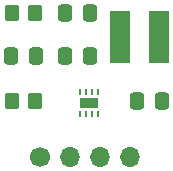
<source format=gbr>
%TF.GenerationSoftware,KiCad,Pcbnew,6.0.11-2627ca5db0~126~ubuntu20.04.1*%
%TF.CreationDate,2023-07-30T19:56:56-05:00*%
%TF.ProjectId,tps61021a-slim,74707336-3130-4323-9161-2d736c696d2e,rev?*%
%TF.SameCoordinates,Original*%
%TF.FileFunction,Soldermask,Top*%
%TF.FilePolarity,Negative*%
%FSLAX46Y46*%
G04 Gerber Fmt 4.6, Leading zero omitted, Abs format (unit mm)*
G04 Created by KiCad (PCBNEW 6.0.11-2627ca5db0~126~ubuntu20.04.1) date 2023-07-30 19:56:56*
%MOMM*%
%LPD*%
G01*
G04 APERTURE LIST*
G04 Aperture macros list*
%AMRoundRect*
0 Rectangle with rounded corners*
0 $1 Rounding radius*
0 $2 $3 $4 $5 $6 $7 $8 $9 X,Y pos of 4 corners*
0 Add a 4 corners polygon primitive as box body*
4,1,4,$2,$3,$4,$5,$6,$7,$8,$9,$2,$3,0*
0 Add four circle primitives for the rounded corners*
1,1,$1+$1,$2,$3*
1,1,$1+$1,$4,$5*
1,1,$1+$1,$6,$7*
1,1,$1+$1,$8,$9*
0 Add four rect primitives between the rounded corners*
20,1,$1+$1,$2,$3,$4,$5,0*
20,1,$1+$1,$4,$5,$6,$7,0*
20,1,$1+$1,$6,$7,$8,$9,0*
20,1,$1+$1,$8,$9,$2,$3,0*%
G04 Aperture macros list end*
%ADD10R,1.750000X4.500000*%
%ADD11RoundRect,0.250000X-0.337500X-0.475000X0.337500X-0.475000X0.337500X0.475000X-0.337500X0.475000X0*%
%ADD12RoundRect,0.250000X-0.350000X-0.450000X0.350000X-0.450000X0.350000X0.450000X-0.350000X0.450000X0*%
%ADD13RoundRect,0.250000X0.337500X0.475000X-0.337500X0.475000X-0.337500X-0.475000X0.337500X-0.475000X0*%
%ADD14C,1.700000*%
%ADD15O,1.700000X1.700000*%
%ADD16R,0.250000X0.500000*%
%ADD17R,1.600000X0.900000*%
%ADD18RoundRect,0.250000X0.350000X0.450000X-0.350000X0.450000X-0.350000X-0.450000X0.350000X-0.450000X0*%
G04 APERTURE END LIST*
D10*
%TO.C,L1*%
X114067700Y-103632000D03*
X110817700Y-103632000D03*
%TD*%
D11*
%TO.C,C4*%
X106150500Y-105273000D03*
X108225500Y-105273000D03*
%TD*%
D12*
%TO.C,R2*%
X101616000Y-109103000D03*
X103616000Y-109103000D03*
%TD*%
D11*
%TO.C,C1*%
X112246500Y-109103000D03*
X114321500Y-109103000D03*
%TD*%
%TO.C,C3*%
X106150500Y-101600000D03*
X108225500Y-101600000D03*
%TD*%
D13*
%TO.C,C2*%
X103653500Y-105273000D03*
X101578500Y-105273000D03*
%TD*%
D14*
%TO.C,J1*%
X103987000Y-113800000D03*
D15*
X106527000Y-113800000D03*
X109067000Y-113800000D03*
X111607000Y-113800000D03*
%TD*%
D16*
%TO.C,U1*%
X108954000Y-108270000D03*
X108454000Y-108270000D03*
X107954000Y-108270000D03*
X107454000Y-108270000D03*
X107454000Y-110170000D03*
X107954000Y-110170000D03*
X108454000Y-110170000D03*
X108954000Y-110170000D03*
D17*
X108204000Y-109220000D03*
%TD*%
D18*
%TO.C,R1*%
X103616000Y-101600000D03*
X101616000Y-101600000D03*
%TD*%
M02*

</source>
